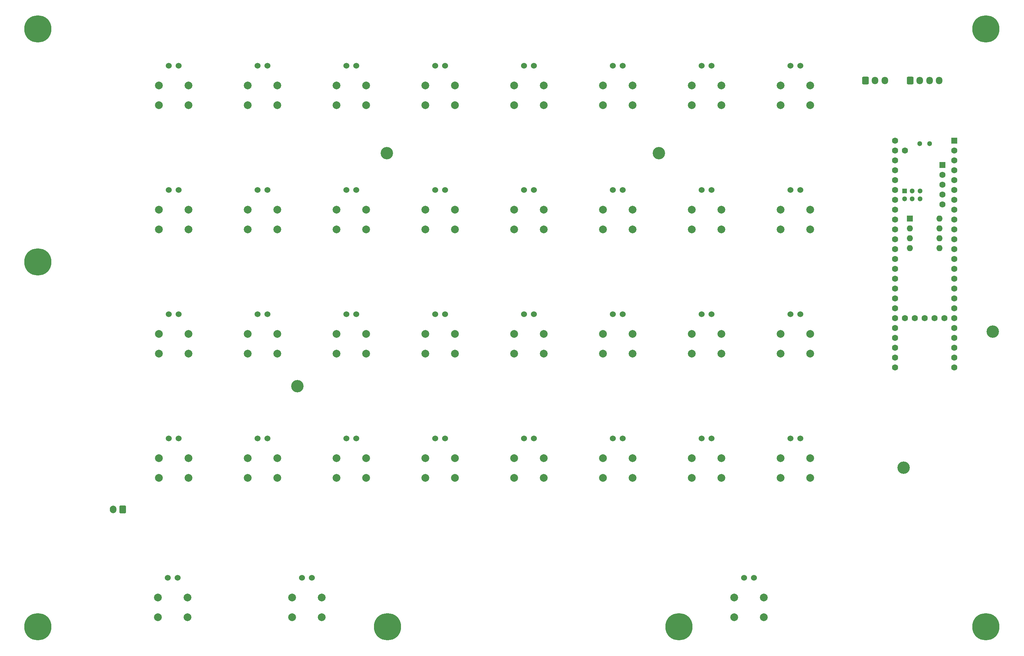
<source format=gbr>
%TF.GenerationSoftware,KiCad,Pcbnew,8.0.8-8.0.8-0~ubuntu22.04.1*%
%TF.CreationDate,2025-02-04T17:37:33+09:00*%
%TF.ProjectId,k2503100,6b323530-3331-4303-902e-6b696361645f,1.20*%
%TF.SameCoordinates,Original*%
%TF.FileFunction,Soldermask,Bot*%
%TF.FilePolarity,Negative*%
%FSLAX46Y46*%
G04 Gerber Fmt 4.6, Leading zero omitted, Abs format (unit mm)*
G04 Created by KiCad (PCBNEW 8.0.8-8.0.8-0~ubuntu22.04.1) date 2025-02-04 17:37:33*
%MOMM*%
%LPD*%
G01*
G04 APERTURE LIST*
G04 Aperture macros list*
%AMRoundRect*
0 Rectangle with rounded corners*
0 $1 Rounding radius*
0 $2 $3 $4 $5 $6 $7 $8 $9 X,Y pos of 4 corners*
0 Add a 4 corners polygon primitive as box body*
4,1,4,$2,$3,$4,$5,$6,$7,$8,$9,$2,$3,0*
0 Add four circle primitives for the rounded corners*
1,1,$1+$1,$2,$3*
1,1,$1+$1,$4,$5*
1,1,$1+$1,$6,$7*
1,1,$1+$1,$8,$9*
0 Add four rect primitives between the rounded corners*
20,1,$1+$1,$2,$3,$4,$5,0*
20,1,$1+$1,$4,$5,$6,$7,0*
20,1,$1+$1,$6,$7,$8,$9,0*
20,1,$1+$1,$8,$9,$2,$3,0*%
G04 Aperture macros list end*
%ADD10C,2.000000*%
%ADD11C,1.524000*%
%ADD12R,1.600000X1.600000*%
%ADD13O,1.600000X1.600000*%
%ADD14C,7.000000*%
%ADD15C,3.200000*%
%ADD16C,1.600000*%
%ADD17R,1.300000X1.300000*%
%ADD18C,1.300000*%
%ADD19RoundRect,0.250000X-0.600000X-0.725000X0.600000X-0.725000X0.600000X0.725000X-0.600000X0.725000X0*%
%ADD20O,1.700000X1.950000*%
%ADD21RoundRect,0.250000X0.600000X0.750000X-0.600000X0.750000X-0.600000X-0.750000X0.600000X-0.750000X0*%
%ADD22O,1.700000X2.000000*%
G04 APERTURE END LIST*
D10*
%TO.C,SW322*%
X215646000Y-146558000D03*
X223266000Y-146558000D03*
X215646000Y-151638000D03*
X223266000Y-151638000D03*
D11*
X218186000Y-141478000D03*
X220726000Y-141478000D03*
%TD*%
D10*
%TO.C,SW326*%
X124206000Y-178562000D03*
X131826000Y-178562000D03*
X124206000Y-183642000D03*
X131826000Y-183642000D03*
D11*
X126746000Y-173482000D03*
X129286000Y-173482000D03*
%TD*%
D12*
%TO.C,U1*%
X294640000Y-116840000D03*
D13*
X294640000Y-119380000D03*
X294640000Y-121920000D03*
X294640000Y-124460000D03*
X302260000Y-124460000D03*
X302260000Y-121920000D03*
X302260000Y-119380000D03*
X302260000Y-116840000D03*
%TD*%
D10*
%TO.C,SW312*%
X169926000Y-114554000D03*
X177546000Y-114554000D03*
X169926000Y-119634000D03*
X177546000Y-119634000D03*
D11*
X172466000Y-109474000D03*
X175006000Y-109474000D03*
%TD*%
D10*
%TO.C,SW330*%
X215646000Y-178562000D03*
X223266000Y-178562000D03*
X215646000Y-183642000D03*
X223266000Y-183642000D03*
D11*
X218186000Y-173482000D03*
X220726000Y-173482000D03*
%TD*%
D10*
%TO.C,SW320*%
X169926000Y-146558000D03*
X177546000Y-146558000D03*
X169926000Y-151638000D03*
X177546000Y-151638000D03*
D11*
X172466000Y-141478000D03*
X175006000Y-141478000D03*
%TD*%
D10*
%TO.C,SW324*%
X261366000Y-146558000D03*
X268986000Y-146558000D03*
X261366000Y-151638000D03*
X268986000Y-151638000D03*
D11*
X263906000Y-141478000D03*
X266446000Y-141478000D03*
%TD*%
D10*
%TO.C,SW310*%
X124206000Y-114554000D03*
X131826000Y-114554000D03*
X124206000Y-119634000D03*
X131826000Y-119634000D03*
D11*
X126746000Y-109474000D03*
X129286000Y-109474000D03*
%TD*%
D10*
%TO.C,SW329*%
X192786000Y-178562000D03*
X200406000Y-178562000D03*
X192786000Y-183642000D03*
X200406000Y-183642000D03*
D11*
X195326000Y-173482000D03*
X197866000Y-173482000D03*
%TD*%
D10*
%TO.C,SW303*%
X147066000Y-82550000D03*
X154686000Y-82550000D03*
X147066000Y-87630000D03*
X154686000Y-87630000D03*
D11*
X149606000Y-77470000D03*
X152146000Y-77470000D03*
%TD*%
D10*
%TO.C,SW313*%
X192786000Y-114554000D03*
X200406000Y-114554000D03*
X192786000Y-119634000D03*
X200406000Y-119634000D03*
D11*
X195326000Y-109474000D03*
X197866000Y-109474000D03*
%TD*%
D10*
%TO.C,SW319*%
X147066000Y-146558000D03*
X154686000Y-146558000D03*
X147066000Y-151638000D03*
X154686000Y-151638000D03*
D11*
X149606000Y-141478000D03*
X152146000Y-141478000D03*
%TD*%
D10*
%TO.C,SW323*%
X238506000Y-146558000D03*
X246126000Y-146558000D03*
X238506000Y-151638000D03*
X246126000Y-151638000D03*
D11*
X241046000Y-141478000D03*
X243586000Y-141478000D03*
%TD*%
D14*
%TO.C,REF03*%
X314230000Y-222000000D03*
%TD*%
D15*
%TO.C,REF09*%
X293000000Y-181000000D03*
%TD*%
D10*
%TO.C,SW321*%
X192786000Y-146558000D03*
X200406000Y-146558000D03*
X192786000Y-151638000D03*
X200406000Y-151638000D03*
D11*
X195326000Y-141478000D03*
X197866000Y-141478000D03*
%TD*%
D10*
%TO.C,SW3*%
X249428000Y-214470000D03*
X257048000Y-214470000D03*
X249428000Y-219550000D03*
X257048000Y-219550000D03*
D11*
X251968000Y-209390000D03*
X254508000Y-209390000D03*
%TD*%
D10*
%TO.C,SW328*%
X169926000Y-178562000D03*
X177546000Y-178562000D03*
X169926000Y-183642000D03*
X177546000Y-183642000D03*
D11*
X172466000Y-173482000D03*
X175006000Y-173482000D03*
%TD*%
D10*
%TO.C,SW307*%
X238506000Y-82550000D03*
X246126000Y-82550000D03*
X238506000Y-87630000D03*
X246126000Y-87630000D03*
D11*
X241046000Y-77470000D03*
X243586000Y-77470000D03*
%TD*%
D10*
%TO.C,SW315*%
X238506000Y-114554000D03*
X246126000Y-114554000D03*
X238506000Y-119634000D03*
X246126000Y-119634000D03*
D11*
X241046000Y-109474000D03*
X243586000Y-109474000D03*
%TD*%
D10*
%TO.C,SW2*%
X135636000Y-214470000D03*
X143256000Y-214470000D03*
X135636000Y-219550000D03*
X143256000Y-219550000D03*
D11*
X138176000Y-209390000D03*
X140716000Y-209390000D03*
%TD*%
D10*
%TO.C,SW325*%
X101346000Y-178562000D03*
X108966000Y-178562000D03*
X101346000Y-183642000D03*
X108966000Y-183642000D03*
D11*
X103886000Y-173482000D03*
X106426000Y-173482000D03*
%TD*%
D10*
%TO.C,SW317*%
X101346000Y-146558000D03*
X108966000Y-146558000D03*
X101346000Y-151638000D03*
X108966000Y-151638000D03*
D11*
X103886000Y-141478000D03*
X106426000Y-141478000D03*
%TD*%
D14*
%TO.C,REF02*%
X314230000Y-68000000D03*
%TD*%
D10*
%TO.C,SW331*%
X238506000Y-178562000D03*
X246126000Y-178562000D03*
X238506000Y-183642000D03*
X246126000Y-183642000D03*
D11*
X241046000Y-173482000D03*
X243586000Y-173482000D03*
%TD*%
D10*
%TO.C,SW327*%
X147066000Y-178562000D03*
X154686000Y-178562000D03*
X147066000Y-183642000D03*
X154686000Y-183642000D03*
D11*
X149606000Y-173482000D03*
X152146000Y-173482000D03*
%TD*%
D10*
%TO.C,SW301*%
X101346000Y-82550000D03*
X108966000Y-82550000D03*
X101346000Y-87630000D03*
X108966000Y-87630000D03*
D11*
X103886000Y-77470000D03*
X106426000Y-77470000D03*
%TD*%
D10*
%TO.C,SW332*%
X261366000Y-178562000D03*
X268986000Y-178562000D03*
X261366000Y-183642000D03*
X268986000Y-183642000D03*
D11*
X263906000Y-173482000D03*
X266446000Y-173482000D03*
%TD*%
D10*
%TO.C,SW302*%
X124206000Y-82550000D03*
X131826000Y-82550000D03*
X124206000Y-87630000D03*
X131826000Y-87630000D03*
D11*
X126746000Y-77470000D03*
X129286000Y-77470000D03*
%TD*%
D14*
%TO.C,REF05*%
X160230000Y-222000000D03*
%TD*%
D15*
%TO.C,REF10*%
X137000000Y-160000000D03*
%TD*%
D14*
%TO.C,REF01*%
X70230000Y-68000000D03*
%TD*%
D10*
%TO.C,SW305*%
X192786000Y-82550000D03*
X200406000Y-82550000D03*
X192786000Y-87630000D03*
X200406000Y-87630000D03*
D11*
X195326000Y-77470000D03*
X197866000Y-77470000D03*
%TD*%
D10*
%TO.C,SW306*%
X215646000Y-82550000D03*
X223266000Y-82550000D03*
X215646000Y-87630000D03*
X223266000Y-87630000D03*
D11*
X218186000Y-77470000D03*
X220726000Y-77470000D03*
%TD*%
D10*
%TO.C,SW308*%
X261366000Y-82550000D03*
X268986000Y-82550000D03*
X261366000Y-87630000D03*
X268986000Y-87630000D03*
D11*
X263906000Y-77470000D03*
X266446000Y-77470000D03*
%TD*%
D10*
%TO.C,SW314*%
X215646000Y-114554000D03*
X223266000Y-114554000D03*
X215646000Y-119634000D03*
X223266000Y-119634000D03*
D11*
X218186000Y-109474000D03*
X220726000Y-109474000D03*
%TD*%
D14*
%TO.C,REF04*%
X70230000Y-222000000D03*
%TD*%
%TO.C,REF06*%
X235230000Y-222000000D03*
%TD*%
D15*
%TO.C,REF08*%
X230000000Y-100000000D03*
%TD*%
%TO.C,REF09*%
X160000000Y-100000000D03*
%TD*%
D10*
%TO.C,SW311*%
X147066000Y-114554000D03*
X154686000Y-114554000D03*
X147066000Y-119634000D03*
X154686000Y-119634000D03*
D11*
X149606000Y-109474000D03*
X152146000Y-109474000D03*
%TD*%
D10*
%TO.C,SW318*%
X124206000Y-146558000D03*
X131826000Y-146558000D03*
X124206000Y-151638000D03*
X131826000Y-151638000D03*
D11*
X126746000Y-141478000D03*
X129286000Y-141478000D03*
%TD*%
D10*
%TO.C,SW316*%
X261366000Y-114554000D03*
X268986000Y-114554000D03*
X261366000Y-119634000D03*
X268986000Y-119634000D03*
D11*
X263906000Y-109474000D03*
X266446000Y-109474000D03*
%TD*%
D10*
%TO.C,SW309*%
X101346000Y-114554000D03*
X108966000Y-114554000D03*
X101346000Y-119634000D03*
X108966000Y-119634000D03*
D11*
X103886000Y-109474000D03*
X106426000Y-109474000D03*
%TD*%
D10*
%TO.C,SW304*%
X169926000Y-82550000D03*
X177546000Y-82550000D03*
X169926000Y-87630000D03*
X177546000Y-87630000D03*
D11*
X172466000Y-77470000D03*
X175006000Y-77470000D03*
%TD*%
D10*
%TO.C,SW1*%
X101092000Y-214470000D03*
X108712000Y-214470000D03*
X101092000Y-219550000D03*
X108712000Y-219550000D03*
D11*
X103632000Y-209390000D03*
X106172000Y-209390000D03*
%TD*%
D15*
%TO.C,REF07*%
X316000000Y-146000000D03*
%TD*%
D14*
%TO.C,REF07*%
X70230000Y-128000000D03*
%TD*%
D12*
%TO.C,U101*%
X306070000Y-96774000D03*
D16*
X306070000Y-99314000D03*
X306070000Y-101854000D03*
X306070000Y-104394000D03*
X306070000Y-106934000D03*
X306070000Y-109474000D03*
X306070000Y-112014000D03*
X306070000Y-114554000D03*
X306070000Y-117094000D03*
X306070000Y-119634000D03*
X306070000Y-122174000D03*
X306070000Y-124714000D03*
X306070000Y-127254000D03*
X306070000Y-129794000D03*
X306070000Y-132334000D03*
X306070000Y-134874000D03*
X306070000Y-137414000D03*
X306070000Y-139954000D03*
X306070000Y-142494000D03*
X306070000Y-145034000D03*
X306070000Y-147574000D03*
X306070000Y-150114000D03*
X306070000Y-152654000D03*
X306070000Y-155194000D03*
X290830000Y-155194000D03*
X290830000Y-152654000D03*
X290830000Y-150114000D03*
X290830000Y-147574000D03*
X290830000Y-145034000D03*
X290830000Y-142494000D03*
X290830000Y-139954000D03*
X290830000Y-137414000D03*
X290830000Y-134874000D03*
X290830000Y-132334000D03*
X290830000Y-129794000D03*
X290830000Y-127254000D03*
X290830000Y-124714000D03*
X290830000Y-122174000D03*
X290830000Y-119634000D03*
X290830000Y-117094000D03*
X290830000Y-114554000D03*
X290830000Y-112014000D03*
X290830000Y-109474000D03*
X290830000Y-106934000D03*
X290830000Y-104394000D03*
X290830000Y-101854000D03*
X290830000Y-99314000D03*
X290830000Y-96774000D03*
X293370000Y-99314000D03*
X303530000Y-142494000D03*
X300990000Y-142494000D03*
X298450000Y-142494000D03*
X295910000Y-142494000D03*
X293370000Y-142494000D03*
D12*
X303019200Y-103073200D03*
D16*
X303019200Y-105613200D03*
X303019200Y-108153200D03*
X303019200Y-110693200D03*
X303019200Y-113233200D03*
D17*
X293268400Y-109744000D03*
D18*
X295268400Y-109744000D03*
X297268400Y-109744000D03*
X297268400Y-111744000D03*
X295268400Y-111744000D03*
X293268400Y-111744000D03*
X297180000Y-97504000D03*
X299720000Y-97504000D03*
%TD*%
D19*
%TO.C,J101*%
X294720000Y-81280000D03*
D20*
X297220000Y-81280000D03*
X299720000Y-81280000D03*
X302220000Y-81280000D03*
%TD*%
D21*
%TO.C,J103*%
X92055000Y-191749000D03*
D22*
X89555000Y-191749000D03*
%TD*%
D19*
%TO.C,J102*%
X283210000Y-81280000D03*
D20*
X285710000Y-81280000D03*
X288210000Y-81280000D03*
%TD*%
M02*

</source>
